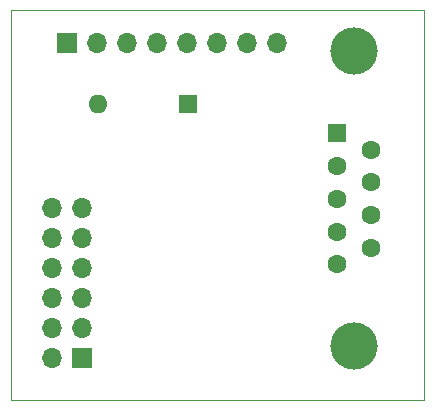
<source format=gbr>
%TF.GenerationSoftware,KiCad,Pcbnew,5.1.9*%
%TF.CreationDate,2021-02-06T21:01:27+01:00*%
%TF.ProjectId,linear_encoder,6c696e65-6172-45f6-956e-636f6465722e,0*%
%TF.SameCoordinates,Original*%
%TF.FileFunction,Soldermask,Bot*%
%TF.FilePolarity,Negative*%
%FSLAX46Y46*%
G04 Gerber Fmt 4.6, Leading zero omitted, Abs format (unit mm)*
G04 Created by KiCad (PCBNEW 5.1.9) date 2021-02-06 21:01:27*
%MOMM*%
%LPD*%
G01*
G04 APERTURE LIST*
%TA.AperFunction,Profile*%
%ADD10C,0.100000*%
%TD*%
%ADD11O,1.700000X1.700000*%
%ADD12R,1.700000X1.700000*%
%ADD13C,4.000000*%
%ADD14C,1.600000*%
%ADD15R,1.600000X1.600000*%
%ADD16O,1.600000X1.600000*%
G04 APERTURE END LIST*
D10*
X109000000Y-19000000D02*
X109000000Y-52000000D01*
X74000000Y-19000000D02*
X109000000Y-19000000D01*
X74000000Y-52000000D02*
X74000000Y-19000000D01*
X109000000Y-52000000D02*
X74000000Y-52000000D01*
D11*
%TO.C,JPMOD1*%
X77510000Y-35810000D03*
X80050000Y-35810000D03*
X77510000Y-38350000D03*
X80050000Y-38350000D03*
X77510000Y-40890000D03*
X80050000Y-40890000D03*
X77510000Y-43430000D03*
X80050000Y-43430000D03*
X77510000Y-45970000D03*
X80050000Y-45970000D03*
X77510000Y-48510000D03*
D12*
X80050000Y-48510000D03*
%TD*%
D13*
%TO.C,JDB9*%
X103060000Y-22500000D03*
X103060000Y-47500000D03*
D14*
X104480000Y-39155000D03*
X104480000Y-36385000D03*
X104480000Y-33615000D03*
X104480000Y-30845000D03*
X101640000Y-40540000D03*
X101640000Y-37770000D03*
X101640000Y-35000000D03*
X101640000Y-32230000D03*
D15*
X101640000Y-29460000D03*
%TD*%
D11*
%TO.C,J1*%
X96560000Y-21840000D03*
X94020000Y-21840000D03*
X91480000Y-21840000D03*
X88940000Y-21840000D03*
X86400000Y-21840000D03*
X83860000Y-21840000D03*
X81320000Y-21840000D03*
D12*
X78780000Y-21840000D03*
%TD*%
D16*
%TO.C,D1*%
X81380000Y-27000000D03*
D15*
X89000000Y-27000000D03*
%TD*%
M02*

</source>
